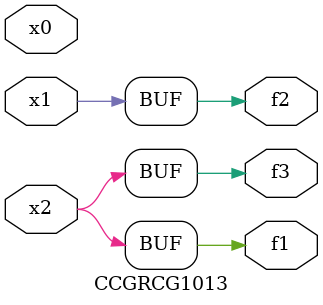
<source format=v>
module CCGRCG1013(
	input x0, x1, x2,
	output f1, f2, f3
);
	assign f1 = x2;
	assign f2 = x1;
	assign f3 = x2;
endmodule

</source>
